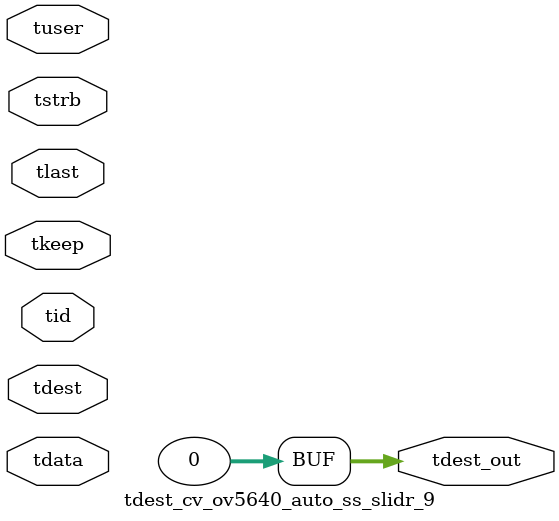
<source format=v>


`timescale 1ps/1ps

module tdest_cv_ov5640_auto_ss_slidr_9 #
(
parameter C_S_AXIS_TDATA_WIDTH = 32,
parameter C_S_AXIS_TUSER_WIDTH = 0,
parameter C_S_AXIS_TID_WIDTH   = 0,
parameter C_S_AXIS_TDEST_WIDTH = 0,
parameter C_M_AXIS_TDEST_WIDTH = 32
)
(
input  [(C_S_AXIS_TDATA_WIDTH == 0 ? 1 : C_S_AXIS_TDATA_WIDTH)-1:0     ] tdata,
input  [(C_S_AXIS_TUSER_WIDTH == 0 ? 1 : C_S_AXIS_TUSER_WIDTH)-1:0     ] tuser,
input  [(C_S_AXIS_TID_WIDTH   == 0 ? 1 : C_S_AXIS_TID_WIDTH)-1:0       ] tid,
input  [(C_S_AXIS_TDEST_WIDTH == 0 ? 1 : C_S_AXIS_TDEST_WIDTH)-1:0     ] tdest,
input  [(C_S_AXIS_TDATA_WIDTH/8)-1:0 ] tkeep,
input  [(C_S_AXIS_TDATA_WIDTH/8)-1:0 ] tstrb,
input                                                                    tlast,
output [C_M_AXIS_TDEST_WIDTH-1:0] tdest_out
);

assign tdest_out = {1'b0};

endmodule


</source>
